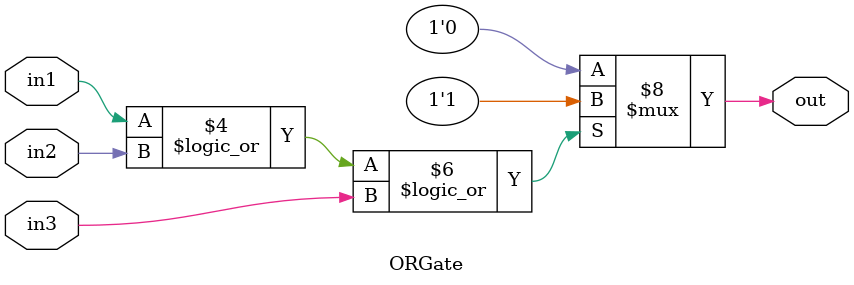
<source format=v>
module ORGate(in1, in2, in3, out);
input in1, in2, in3;

output reg out;

always @(in1 or in2 or in3) begin
	if(in1 == 1 || in2 == 1 || in3 == 1)
		out <= 1;
	else
		out <= 0;
end
endmodule

</source>
